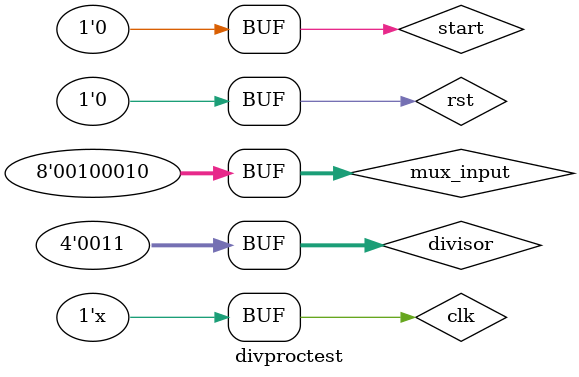
<source format=v>
`timescale 1ns / 1ps


module divproctest;

	// Inputs
	reg clk;
	reg rst;
	reg start;
	reg [3:0] divisor;
	reg [7:0] mux_input;

	// Outputs
	wire [7:0] out;

	// Instantiate the Unit Under Test (UUT)
	div_result_proc uut (
		.clk(clk), 
		.rst(rst), 
		.start(start), 
		.divisor(divisor), 
		.mux_input(mux_input), 
		.out(out)
	);

	initial begin
		// Initialize Inputs
		clk = 0;
		rst = 1;
		start = 0;
		divisor = 0;
		mux_input = 0;

		// Wait 100 ns for global reset to finish
		#100;
      rst <= 0;
		mux_input <= 8'b00100010;
		divisor <= 4'b0011;
		#20;
		start <= 1;
		#20;
		start <= 0;
		// Add stimulus here

	end
      
		always #5
			clk <= ~clk;
endmodule


</source>
